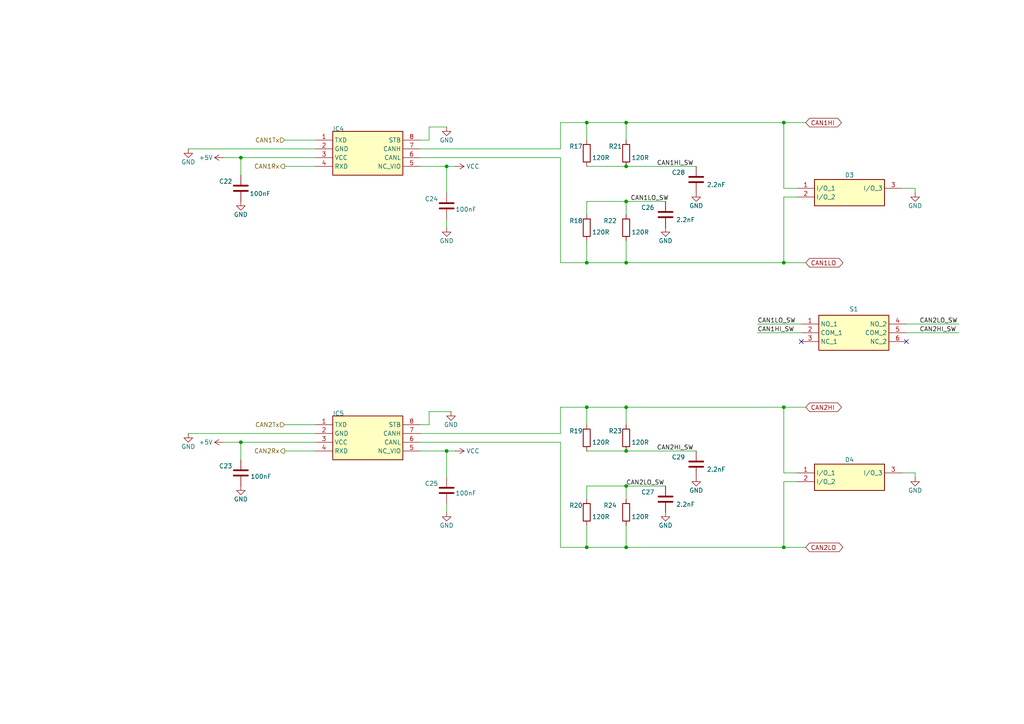
<source format=kicad_sch>
(kicad_sch (version 20250114) (generator "eeschema") (generator_version "9.0")
  (paper "A4")
  (title_block (title "CAN") (date "2025-04-05") (rev "2.0") (company "Metropolia Motorsport") (comment 3 "ikar15012002@gmail.com") (comment 4 "Ivans Karsenieks"))
  (lib_symbols
    (symbol "CAS-D20TB1:CAS-D20TB1"
      (property "Reference" "S" (at 26.67 7.62 0))
      (property "Value" "CAS-D20TB1" (at 26.67 5.08 0))
      (symbol "CAS-D20TB1_1_1"
        (rectangle (start 5.08 2.54) (end 25.4 -7.62) (stroke (width 0.254)) (fill (type background)))
        (pin passive line (at 0 0 0) (length 5.08) (name "NO_1") (number "1"))
        (pin passive line (at 0 -2.54 0) (length 5.08) (name "COM_1") (number "2"))
        (pin passive line (at 0 -5.08 0) (length 5.08) (name "NC_1") (number "3"))
        (pin passive line (at 30.48 0 180) (length 5.08) (name "NO_2") (number "4"))
        (pin passive line (at 30.48 -2.54 180) (length 5.08) (name "COM_2") (number "5"))
        (pin passive line (at 30.48 -5.08 180) (length 5.08) (name "NC_2") (number "6"))
      )
    )
    (symbol "Device:C" (pin_numbers (hide yes)) (pin_names (offset 0.254))
      (property "Reference" "C" (at 0.635 2.54 0))
      (property "Value" "C" (at 0.635 -2.54 0))
      (symbol "C_0_1"
        (polyline (pts (xy -2.032 0.762) (xy 2.032 0.762)) (stroke (width 0.508)))
        (polyline (pts (xy -2.032 -0.762) (xy 2.032 -0.762)) (stroke (width 0.508)))
      )
      (symbol "C_1_1"
        (pin passive line (at 0 3.81 270) (length 2.794) (name "~") (number "1"))
        (pin passive line (at 0 -3.81 90) (length 2.794) (name "~") (number "2"))
      )
    )
    (symbol "Device:R" (pin_numbers (hide yes)) (pin_names (offset 0))
      (property "Reference" "R" (at 2.032 0 90))
      (property "Value" "R" (at 0 0 90))
      (symbol "R_0_1"
        (rectangle (start -1.016 -2.54) (end 1.016 2.54) (stroke (width 0.254)))
      )
      (symbol "R_1_1"
        (pin passive line (at 0 3.81 270) (length 1.27) (name "~") (number "1"))
        (pin passive line (at 0 -3.81 90) (length 1.27) (name "~") (number "2"))
      )
    )
    (symbol "ESDCAN24-2BLY:ESDCAN24-2BLY"
      (property "Reference" "D" (at 26.67 7.62 0))
      (property "Value" "ESDCAN24-2BLY" (at 26.67 5.08 0))
      (symbol "ESDCAN24-2BLY_1_1"
        (rectangle (start 5.08 2.54) (end 25.4 -5.08) (stroke (width 0.254)) (fill (type background)))
        (pin passive line (at 0 0 0) (length 5.08) (name "I/O_1") (number "1"))
        (pin passive line (at 0 -2.54 0) (length 5.08) (name "I/O_2") (number "2"))
        (pin passive line (at 30.48 0 180) (length 5.08) (name "I/O_3") (number "3"))
      )
    )
    (symbol "Untitled-altium-import:root_0_TCAN1462VDRQ1"
      (symbol "root_0_TCAN1462VDRQ1_1_0"
        (rectangle (start 25.4 2.54) (end 5.08 -10.16) (stroke (width 0.254)) (fill (type background)))
        (pin passive line (at 0 0 0) (length 5.08) (name "TXD") (number "1"))
        (pin passive line (at 0 -2.54 0) (length 5.08) (name "GND") (number "2"))
        (pin passive line (at 0 -5.08 0) (length 5.08) (name "VCC") (number "3"))
        (pin passive line (at 0 -7.62 0) (length 5.08) (name "RXD") (number "4"))
        (pin passive line (at 30.48 0 180) (length 5.08) (name "STB") (number "8"))
        (pin passive line (at 30.48 -2.54 180) (length 5.08) (name "CANH") (number "7"))
        (pin passive line (at 30.48 -5.08 180) (length 5.08) (name "CANL") (number "6"))
        (pin passive line (at 30.48 -7.62 180) (length 5.08) (name "NC_VIO") (number "5"))
      )
    )
    (symbol "power:+5V" (power) (pin_numbers (hide yes)) (pin_names (offset 0) (hide yes))
      (property "Value" "+5V" (at 0 3.556 0))
      (symbol "+5V_0_1"
        (polyline (pts (xy -0.762 1.27) (xy 0 2.54)))
        (polyline (pts (xy 0 2.54) (xy 0.762 1.27)))
        (polyline (pts (xy 0 0) (xy 0 2.54)))
      )
      (symbol "+5V_1_1"
        (pin power_in line (at 0 0 90) (length 0) (name "~") (number "1"))
      )
    )
    (symbol "power:GND" (power) (pin_numbers (hide yes)) (pin_names (offset 0) (hide yes))
      (property "Value" "GND" (at 0 -3.81 0))
      (symbol "GND_0_1"
        (polyline (pts (xy 0 0) (xy 0 -1.27) (xy 1.27 -1.27) (xy 0 -2.54) (xy -1.27 -1.27) (xy 0 -1.27)))
      )
      (symbol "GND_1_1"
        (pin power_in line (at 0 0 270) (length 0) (name "~") (number "1"))
      )
    )
    (symbol "power:VCC" (power) (pin_numbers (hide yes)) (pin_names (offset 0) (hide yes))
      (property "Value" "VCC" (at 0 3.556 0))
      (symbol "VCC_0_1"
        (polyline (pts (xy -0.762 1.27) (xy 0 2.54)))
        (polyline (pts (xy 0 2.54) (xy 0.762 1.27)))
        (polyline (pts (xy 0 0) (xy 0 2.54)))
      )
      (symbol "VCC_1_1"
        (pin power_in line (at 0 0 90) (length 0) (name "~") (number "1"))
      )
    )
  )
  (junction (at 181.61 130.81))
  (junction (at 181.61 158.75))
  (junction (at 129.54 130.81))
  (junction (at 227.33 76.2))
  (junction (at 181.61 48.26))
  (junction (at 181.61 58.42))
  (junction (at 170.18 118.11))
  (junction (at 69.85 128.27))
  (junction (at 227.33 158.75))
  (junction (at 170.18 158.75))
  (junction (at 227.33 35.56))
  (junction (at 170.18 35.56))
  (junction (at 227.33 118.11))
  (junction (at 181.61 140.97))
  (junction (at 129.54 48.26))
  (junction (at 170.18 76.2))
  (junction (at 181.61 118.11))
  (junction (at 181.61 76.2))
  (junction (at 69.85 45.72))
  (junction (at 181.61 35.56))
  (no_connect (at 262.89 99.06))
  (no_connect (at 232.41 99.06))
  (wire (pts (xy 181.61 152.4) (xy 181.61 158.75)))
  (wire (pts (xy 170.18 35.56) (xy 170.18 40.64)))
  (wire (pts (xy 162.56 125.73) (xy 121.92 125.73)))
  (wire (pts (xy 227.33 158.75) (xy 233.68 158.75)))
  (wire (pts (xy 181.61 35.56) (xy 227.33 35.56)))
  (wire (pts (xy 181.61 58.42) (xy 193.04 58.42)))
  (wire (pts (xy 124.46 119.38) (xy 130.81 119.38)))
  (wire (pts (xy 265.43 137.16) (xy 265.43 138.43)))
  (wire (pts (xy 181.61 140.97) (xy 181.61 144.78)))
  (wire (pts (xy 227.33 54.61) (xy 227.33 35.56)))
  (wire (pts (xy 129.54 55.88) (xy 129.54 48.26)))
  (wire (pts (xy 227.33 76.2) (xy 233.68 76.2)))
  (wire (pts (xy 170.18 118.11) (xy 181.61 118.11)))
  (wire (pts (xy 181.61 48.26) (xy 201.93 48.26)))
  (wire (pts (xy 82.55 40.64) (xy 91.44 40.64)))
  (wire (pts (xy 227.33 139.7) (xy 227.33 158.75)))
  (wire (pts (xy 129.54 148.59) (xy 129.54 146.05)))
  (wire (pts (xy 181.61 76.2) (xy 227.33 76.2)))
  (wire (pts (xy 170.18 140.97) (xy 181.61 140.97)))
  (wire (pts (xy 170.18 118.11) (xy 162.56 118.11)))
  (wire (pts (xy 227.33 35.56) (xy 233.68 35.56)))
  (wire (pts (xy 170.18 130.81) (xy 181.61 130.81)))
  (wire (pts (xy 69.85 128.27) (xy 64.77 128.27)))
  (wire (pts (xy 170.18 158.75) (xy 181.61 158.75)))
  (wire (pts (xy 219.71 93.98) (xy 232.41 93.98)))
  (wire (pts (xy 170.18 76.2) (xy 181.61 76.2)))
  (wire (pts (xy 129.54 48.26) (xy 121.92 48.26)))
  (wire (pts (xy 69.85 128.27) (xy 91.44 128.27)))
  (wire (pts (xy 231.14 137.16) (xy 227.33 137.16)))
  (wire (pts (xy 231.14 54.61) (xy 227.33 54.61)))
  (wire (pts (xy 121.92 45.72) (xy 162.56 45.72)))
  (wire (pts (xy 227.33 118.11) (xy 233.68 118.11)))
  (wire (pts (xy 82.55 48.26) (xy 91.44 48.26)))
  (wire (pts (xy 170.18 140.97) (xy 170.18 144.78)))
  (wire (pts (xy 265.43 54.61) (xy 261.62 54.61)))
  (wire (pts (xy 124.46 36.83) (xy 129.54 36.83)))
  (wire (pts (xy 129.54 66.04) (xy 129.54 63.5)))
  (wire (pts (xy 91.44 43.18) (xy 54.61 43.18)))
  (wire (pts (xy 121.92 123.19) (xy 124.46 123.19)))
  (wire (pts (xy 170.18 152.4) (xy 170.18 158.75)))
  (wire (pts (xy 132.08 130.81) (xy 129.54 130.81)))
  (wire (pts (xy 170.18 58.42) (xy 170.18 62.23)))
  (wire (pts (xy 69.85 133.35) (xy 69.85 128.27)))
  (wire (pts (xy 181.61 35.56) (xy 181.61 40.64)))
  (wire (pts (xy 162.56 76.2) (xy 170.18 76.2)))
  (wire (pts (xy 170.18 69.85) (xy 170.18 76.2)))
  (wire (pts (xy 162.56 158.75) (xy 170.18 158.75)))
  (wire (pts (xy 129.54 130.81) (xy 121.92 130.81)))
  (wire (pts (xy 162.56 118.11) (xy 162.56 125.73)))
  (wire (pts (xy 69.85 45.72) (xy 91.44 45.72)))
  (wire (pts (xy 121.92 128.27) (xy 162.56 128.27)))
  (wire (pts (xy 121.92 40.64) (xy 124.46 40.64)))
  (wire (pts (xy 181.61 158.75) (xy 227.33 158.75)))
  (wire (pts (xy 181.61 118.11) (xy 181.61 123.19)))
  (wire (pts (xy 181.61 58.42) (xy 181.61 62.23)))
  (wire (pts (xy 162.56 35.56) (xy 162.56 43.18)))
  (wire (pts (xy 265.43 137.16) (xy 261.62 137.16)))
  (wire (pts (xy 262.89 96.52) (xy 278.13 96.52)))
  (wire (pts (xy 231.14 57.15) (xy 227.33 57.15)))
  (wire (pts (xy 162.56 43.18) (xy 121.92 43.18)))
  (wire (pts (xy 124.46 123.19) (xy 124.46 119.38)))
  (wire (pts (xy 132.08 48.26) (xy 129.54 48.26)))
  (wire (pts (xy 265.43 54.61) (xy 265.43 55.88)))
  (wire (pts (xy 181.61 130.81) (xy 201.93 130.81)))
  (wire (pts (xy 170.18 35.56) (xy 162.56 35.56)))
  (wire (pts (xy 129.54 138.43) (xy 129.54 130.81)))
  (wire (pts (xy 69.85 45.72) (xy 64.77 45.72)))
  (wire (pts (xy 170.18 48.26) (xy 181.61 48.26)))
  (wire (pts (xy 162.56 128.27) (xy 162.56 158.75)))
  (wire (pts (xy 231.14 139.7) (xy 227.33 139.7)))
  (wire (pts (xy 170.18 58.42) (xy 181.61 58.42)))
  (wire (pts (xy 162.56 45.72) (xy 162.56 76.2)))
  (wire (pts (xy 170.18 118.11) (xy 170.18 123.19)))
  (wire (pts (xy 262.89 93.98) (xy 278.13 93.98)))
  (wire (pts (xy 181.61 140.97) (xy 193.04 140.97)))
  (wire (pts (xy 181.61 118.11) (xy 227.33 118.11)))
  (wire (pts (xy 219.71 96.52) (xy 232.41 96.52)))
  (wire (pts (xy 227.33 137.16) (xy 227.33 118.11)))
  (wire (pts (xy 69.85 50.8) (xy 69.85 45.72)))
  (wire (pts (xy 91.44 125.73) (xy 54.61 125.73)))
  (wire (pts (xy 181.61 69.85) (xy 181.61 76.2)))
  (wire (pts (xy 227.33 57.15) (xy 227.33 76.2)))
  (wire (pts (xy 124.46 40.64) (xy 124.46 36.83)))
  (wire (pts (xy 82.55 123.19) (xy 91.44 123.19)))
  (wire (pts (xy 170.18 35.56) (xy 181.61 35.56)))
  (wire (pts (xy 82.55 130.81) (xy 91.44 130.81)))
  (label "CAN2HI_SW" (at 190.5 130.81 0))
  (label "CAN1LO_SW" (at 219.71 93.98 0))
  (label "CAN1HI_SW" (at 190.5 48.26 0))
  (label "CAN2LO_SW" (at 266.7 93.98 0))
  (label "CAN2LO_SW" (at 181.61 140.97 0))
  (label "CAN1HI_SW" (at 219.71 96.52 0))
  (label "CAN2HI_SW" (at 266.7 96.52 0))
  (label "CAN1LO_SW" (at 182.88 58.42 0))
  (global_label "CAN1HI" (shape bidirectional) (at 233.68 35.56 0) (property "Intersheetrefs" "${INTERSHEET_REFS}" (effects (hide yes))))
  (global_label "CAN1LO" (shape bidirectional) (at 233.68 76.2 0) (property "Intersheetrefs" "${INTERSHEET_REFS}" (effects (hide yes))))
  (global_label "CAN2HI" (shape bidirectional) (at 233.68 118.11 0) (property "Intersheetrefs" "${INTERSHEET_REFS}" (effects (hide yes))))
  (global_label "CAN2LO" (shape bidirectional) (at 233.68 158.75 0) (property "Intersheetrefs" "${INTERSHEET_REFS}" (effects (hide yes))))
  (hierarchical_label "CAN2Tx" (shape input) (at 82.55 123.19 180))
  (hierarchical_label "CAN2Rx" (shape output) (at 82.55 130.81 180))
  (hierarchical_label "CAN1Tx" (shape input) (at 82.55 40.64 180))
  (hierarchical_label "CAN1Rx" (shape output) (at 82.55 48.26 180))
  (symbol (lib_id "power:GND") (at 265.43 138.43 0) (unit 1)
    (property "Reference" "#PWR085" (effects (hide yes)))
    (property "Value" "GND" (at 265.43 142.24 0))
    (property "Description" "Power symbol creates a global label with name \"GND\" , ground" (effects (hide yes)))
  )
  (symbol (lib_id "Device:C") (at 193.04 144.78 0) (unit 1)
    (property "Reference" "C27" (at 185.928 142.748 0) (effects (justify left)))
    (property "Value" "2.2nF" (at 196.088 146.304 0) (effects (justify left)))
    (property "Footprint" "Capacitor_SMD:C_0805_2012Metric_Pad1.18x1.45mm_HandSolder" (effects (hide yes)))
    (property "Datasheet" "https://www.mouser.fi/datasheet/2/585/MLCC-1837944.pdf" (effects (hide yes)))
    (property "Description" "CL21B222KDCNFNC" (effects (hide yes)))
  )
  (symbol (lib_id "Untitled-altium-import:root_0_TCAN1462VDRQ1") (at 91.44 40.64 0) (unit 1)
    (property "Reference" "IC4" (at 96.52 38.1 0) (effects (justify left bottom)))
    (property "Value" "TCAN1462VDRQ1" (effects (hide yes)))
    (property "Footprint" "Package_SO:SOIC127P600X175-8N" (effects (hide yes)))
    (property "DATASHEET LINK" "https://www.ti.com/general/docs/suppproductinfo.tsp?distId=26&gotoUrl=https://www.ti.com/lit/gpn/tcan1462-q1" (effects (hide yes)))
    (property "HEIGHT" "1.75mm" (effects (hide yes)))
    (property "MANUFACTURER_NAME" "Texas Instruments" (effects (hide yes)))
    (property "MANUFACTURER_PART_NUMBER" "TCAN1462VDRQ1" (effects (hide yes)))
    (property "MOUSER PART NUMBER" "595-TCAN1462VDRQ1" (effects (hide yes)))
    (property "MOUSER PRICE/STOCK" "https://www.mouser.co.uk/ProductDetail/Texas-Instruments/TCAN1462VDRQ1?qs=rQFj71Wb1eU28cwJFt9kYg%3D%3D" (effects (hide yes)))
  )
  (symbol (lib_id "CAS-D20TB1:CAS-D20TB1") (at 232.41 93.98 0) (unit 1)
    (property "Reference" "S1" (at 247.65 89.662 0))
    (property "Value" "CAS-D20TB1" (effects (hide yes)))
    (property "Footprint" "Button_Switch_SMD:CASD20TB1" (effects (hide yes)))
    (property "Datasheet" "https://www.digikey.ph/en/products/detail/nidec-components-corporation/CAS-D20TB1/2095029?msockid=39f1ec84d77b6f4428b7f904d6676eed" (effects (hide yes)))
    (property "Description" "SWITCH SLIDE SPDTX2 100MA 6V" (effects (hide yes)))
    (property "Height" "2.5" (effects (hide yes)))
    (property "Mouser Part Number" "229-CAS-D20TB1" (effects (hide yes)))
    (property "Mouser Price/Stock" "https://www.mouser.co.uk/ProductDetail/Nidec-Components/CAS-D20TB1?qs=XeJtXLiO41TWWOZ3efjtgA%3D%3D" (effects (hide yes)))
    (property "Manufacturer_Name" "Nidec Copal" (effects (hide yes)))
    (property "Manufacturer_Part_Number" "CAS-D20TB1" (effects (hide yes)))
  )
  (symbol (lib_id "Untitled-altium-import:root_0_TCAN1462VDRQ1") (at 91.44 123.19 0) (unit 1)
    (property "Reference" "IC5" (at 96.52 120.65 0) (effects (justify left bottom)))
    (property "Value" "TCAN1462VDRQ1" (effects (hide yes)))
    (property "Footprint" "Package_SO:SOIC127P600X175-8N" (effects (hide yes)))
    (property "DATASHEET LINK" "https://www.ti.com/general/docs/suppproductinfo.tsp?distId=26&gotoUrl=https://www.ti.com/lit/gpn/tcan1462-q1" (effects (hide yes)))
    (property "HEIGHT" "1.75mm" (effects (hide yes)))
    (property "MANUFACTURER_NAME" "Texas Instruments" (effects (hide yes)))
    (property "MANUFACTURER_PART_NUMBER" "TCAN1462VDRQ1" (effects (hide yes)))
    (property "MOUSER PART NUMBER" "595-TCAN1462VDRQ1" (effects (hide yes)))
    (property "MOUSER PRICE/STOCK" "https://www.mouser.co.uk/ProductDetail/Texas-Instruments/TCAN1462VDRQ1?qs=rQFj71Wb1eU28cwJFt9kYg%3D%3D" (effects (hide yes)))
  )
  (symbol (lib_id "Device:C") (at 69.85 54.61 0) (unit 1)
    (property "Reference" "C22" (at 63.5 53.34 0) (effects (justify left bottom)))
    (property "Value" "100nF" (at 72.39 56.896 0) (effects (justify left bottom)))
    (property "Footprint" "Capacitor_SMD:C_0805_2012Metric_Pad1.18x1.45mm_HandSolder" (effects (hide yes)))
    (property "Description" "08055C104KAT4A" (effects (hide yes)))
    (property "HEIGHT" "0.94mm" (effects (hide yes)))
    (property "ALTIUM_VALUE" "100nF" (effects (hide yes)))
    (property "CAPACITOR TYPE" "Ceramic" (effects (hide yes)))
    (property "CASE/PACKAGE" "0805" (effects (hide yes)))
    (property "DIELECTRIC MATERIAL" "Ceramic" (effects (hide yes)))
    (property "JESD-609 CODE" "e3" (effects (hide yes)))
    (property "LENGTH" "2.01mm" (effects (hide yes)))
    (property "MAX OPERATING TEMPERATURE" "125°C" (effects (hide yes)))
    (property "MIN OPERATING TEMPERATURE" "-55°C" (effects (hide yes)))
    (property "MOUNTING TECHNOLOGY" "Surface Mount" (effects (hide yes)))
    (property "MULTILAYER" "Yes" (effects (hide yes)))
    (property "PACKAGE SHAPE" "Rectangular" (effects (hide yes)))
    (property "PACKAGE STYLE" "SMTMeter" (effects (hide yes)))
    (property "PACKAGING" "Tape and Reel" (effects (hide yes)))
    (property "PINS" "2" (effects (hide yes)))
    (property "RATED DC VOLTAGE (URDC)" "50V" (effects (hide yes)))
    (property "REACH SVHC COMPLIANT" "Yes" (effects (hide yes)))
    (property "ROHS COMPLIANT" "Yes" (effects (hide yes)))
    (property "TEMPERATURE CHARACTERISTICS CODE" "X7R" (effects (hide yes)))
    (property "TERMINAL FINISH" "Nickel" (effects (hide yes)))
    (property "TERMINATION" "Wraparound" (effects (hide yes)))
    (property "TOLERANCE  (FILL IN AS +-)" "10%" (effects (hide yes)))
    (property "TOLERANCE (FILL IN AS +-)" "10%" (effects (hide yes)))
    (property "WIDTH" "1.25mm" (effects (hide yes)))
  )
  (symbol (lib_id "Device:R") (at 170.18 44.45 0) (unit 1)
    (property "Reference" "R17" (at 165.1 43.18 0) (effects (justify left bottom)))
    (property "Value" "120R" (at 171.704 46.482 0) (effects (justify left bottom)))
    (property "Footprint" "Resistor_SMD:R_0805_2012Metric_Pad1.20x1.40mm_HandSolder" (effects (hide yes)))
    (property "Description" "RC0805FR-13120RL" (effects (hide yes)))
  )
  (symbol (lib_id "power:GND") (at 201.93 55.88 0) (unit 1)
    (property "Reference" "#PWR082" (effects (hide yes)))
    (property "Value" "GND" (at 201.93 59.69 0))
    (property "Description" "Power symbol creates a global label with name \"GND\" , ground" (effects (hide yes)))
  )
  (symbol (lib_id "power:GND") (at 193.04 66.04 0) (unit 1)
    (property "Reference" "#PWR080" (effects (hide yes)))
    (property "Value" "GND" (at 193.04 69.85 0))
    (property "Description" "Power symbol creates a global label with name \"GND\" , ground" (effects (hide yes)))
  )
  (symbol (lib_id "Device:R") (at 181.61 127 0) (unit 1)
    (property "Reference" "R23" (at 176.53 125.73 0) (effects (justify left bottom)))
    (property "Value" "120R" (at 183.134 129.032 0) (effects (justify left bottom)))
    (property "Footprint" "Resistor_SMD:R_0805_2012Metric_Pad1.20x1.40mm_HandSolder" (effects (hide yes)))
    (property "Description" "RC0805FR-13120RL" (effects (hide yes)))
  )
  (symbol (lib_id "power:GND") (at 265.43 55.88 0) (unit 1)
    (property "Reference" "#PWR084" (effects (hide yes)))
    (property "Value" "GND" (at 265.43 59.69 0))
    (property "Description" "Power symbol creates a global label with name \"GND\" , ground" (effects (hide yes)))
  )
  (symbol (lib_id "power:GND") (at 130.81 119.38 0) (unit 1)
    (property "Reference" "#PWR077" (effects (hide yes)))
    (property "Value" "GND" (at 130.81 123.19 0))
    (property "Description" "Power symbol creates a global label with name \"GND\" , ground" (effects (hide yes)))
  )
  (symbol (lib_id "power:GND") (at 129.54 36.83 0) (unit 1)
    (property "Reference" "#PWR074" (effects (hide yes)))
    (property "Value" "GND" (at 129.54 40.64 0))
    (property "Description" "Power symbol creates a global label with name \"GND\" , ground" (effects (hide yes)))
  )
  (symbol (lib_id "power:GND") (at 69.85 140.97 0) (unit 1)
    (property "Reference" "#PWR073" (effects (hide yes)))
    (property "Value" "GND" (at 69.85 144.78 0))
    (property "Description" "Power symbol creates a global label with name \"GND\" , ground" (effects (hide yes)))
  )
  (symbol (lib_id "power:GND") (at 69.85 58.42 0) (unit 1)
    (property "Reference" "#PWR072" (effects (hide yes)))
    (property "Value" "GND" (at 69.85 62.23 0))
    (property "Description" "Power symbol creates a global label with name \"GND\" , ground" (effects (hide yes)))
  )
  (symbol (lib_id "Device:R") (at 181.61 66.04 0) (unit 1)
    (property "Reference" "R22" (at 175.006 64.77 0) (effects (justify left bottom)))
    (property "Value" "120R" (at 183.134 68.072 0) (effects (justify left bottom)))
    (property "Footprint" "Resistor_SMD:R_0805_2012Metric_Pad1.20x1.40mm_HandSolder" (effects (hide yes)))
    (property "Description" "RC0805FR-13120RL" (effects (hide yes)))
  )
  (symbol (lib_id "Device:R") (at 181.61 44.45 0) (unit 1)
    (property "Reference" "R21" (at 176.53 43.18 0) (effects (justify left bottom)))
    (property "Value" "120R" (at 183.134 46.482 0) (effects (justify left bottom)))
    (property "Footprint" "Resistor_SMD:R_0805_2012Metric_Pad1.20x1.40mm_HandSolder" (effects (hide yes)))
    (property "Description" "RC0805FR-13120RL" (effects (hide yes)))
  )
  (symbol (lib_id "power:GND") (at 54.61 125.73 0) (unit 1)
    (property "Reference" "#PWR069" (effects (hide yes)))
    (property "Value" "GND" (at 54.61 129.54 0))
    (property "Description" "Power symbol creates a global label with name \"GND\" , ground" (effects (hide yes)))
  )
  (symbol (lib_id "power:GND") (at 54.61 43.18 0) (unit 1)
    (property "Reference" "#PWR068" (effects (hide yes)))
    (property "Value" "GND" (at 54.61 46.99 0))
    (property "Description" "Power symbol creates a global label with name \"GND\" , ground" (effects (hide yes)))
  )
  (symbol (lib_id "Device:C") (at 69.85 137.16 0) (unit 1)
    (property "Reference" "C23" (at 63.5 135.89 0) (effects (justify left bottom)))
    (property "Value" "100nF" (at 72.644 138.938 0) (effects (justify left bottom)))
    (property "Footprint" "Capacitor_SMD:C_0805_2012Metric_Pad1.18x1.45mm_HandSolder" (effects (hide yes)))
    (property "Description" "08055C104KAT4A" (effects (hide yes)))
    (property "HEIGHT" "0.94mm" (effects (hide yes)))
    (property "ALTIUM_VALUE" "100nF" (effects (hide yes)))
    (property "CAPACITOR TYPE" "Ceramic" (effects (hide yes)))
    (property "CASE/PACKAGE" "0805" (effects (hide yes)))
    (property "DIELECTRIC MATERIAL" "Ceramic" (effects (hide yes)))
    (property "JESD-609 CODE" "e3" (effects (hide yes)))
    (property "LENGTH" "2.01mm" (effects (hide yes)))
    (property "MAX OPERATING TEMPERATURE" "125°C" (effects (hide yes)))
    (property "MIN OPERATING TEMPERATURE" "-55°C" (effects (hide yes)))
    (property "MOUNTING TECHNOLOGY" "Surface Mount" (effects (hide yes)))
    (property "MULTILAYER" "Yes" (effects (hide yes)))
    (property "PACKAGE SHAPE" "Rectangular" (effects (hide yes)))
    (property "PACKAGE STYLE" "SMTMeter" (effects (hide yes)))
    (property "PACKAGING" "Tape and Reel" (effects (hide yes)))
    (property "PINS" "2" (effects (hide yes)))
    (property "RATED DC VOLTAGE (URDC)" "50V" (effects (hide yes)))
    (property "REACH SVHC COMPLIANT" "Yes" (effects (hide yes)))
    (property "ROHS COMPLIANT" "Yes" (effects (hide yes)))
    (property "TEMPERATURE CHARACTERISTICS CODE" "X7R" (effects (hide yes)))
    (property "TERMINAL FINISH" "Nickel" (effects (hide yes)))
    (property "TERMINATION" "Wraparound" (effects (hide yes)))
    (property "TOLERANCE  (FILL IN AS +-)" "10%" (effects (hide yes)))
    (property "TOLERANCE (FILL IN AS +-)" "10%" (effects (hide yes)))
    (property "WIDTH" "1.25mm" (effects (hide yes)))
  )
  (symbol (lib_id "Device:C") (at 201.93 134.62 0) (unit 1)
    (property "Reference" "C29" (at 194.818 132.588 0) (effects (justify left)))
    (property "Value" "2.2nF" (at 204.978 136.144 0) (effects (justify left)))
    (property "Footprint" "Capacitor_SMD:C_0805_2012Metric_Pad1.18x1.45mm_HandSolder" (effects (hide yes)))
    (property "Datasheet" "https://www.mouser.fi/datasheet/2/585/MLCC-1837944.pdf" (effects (hide yes)))
    (property "Description" "CL21B222KDCNFNC" (effects (hide yes)))
  )
  (symbol (lib_id "power:VCC") (at 132.08 48.26 270) (unit 1)
    (property "Reference" "#PWR078" (effects (hide yes)))
    (property "Value" "VCC" (at 137.16 48.26 90))
    (property "Description" "Power symbol creates a global label with name \"VCC\"" (effects (hide yes)))
  )
  (symbol (lib_id "power:VCC") (at 132.08 130.81 270) (unit 1)
    (property "Reference" "#PWR079" (effects (hide yes)))
    (property "Value" "VCC" (at 137.16 130.81 90))
    (property "Description" "Power symbol creates a global label with name \"VCC\"" (effects (hide yes)))
  )
  (symbol (lib_id "ESDCAN24-2BLY:ESDCAN24-2BLY") (at 231.14 137.16 0) (unit 1)
    (property "Reference" "D4" (at 246.38 133.35 0))
    (property "Value" "ESDCAN24-2BLY" (effects (hide yes)))
    (property "Footprint" "Diode_SMD:SOT95P255X125-3N" (effects (hide yes)))
    (property "Datasheet" "https://www.st.com/resource/en/datasheet/esdcan24-2bly.pdf" (effects (hide yes)))
    (property "Description" "TVS Diode Array Bi-Directional ESDCAN24-2BLY Dual 40V, 230W, SOT23-3L 3-Pin" (effects (hide yes)))
    (property "Height" "1.25" (effects (hide yes)))
    (property "Mouser Part Number" "511-ESDCAN24-2BLY" (effects (hide yes)))
    (property "Mouser Price/Stock" "https://www.mouser.co.uk/ProductDetail/STMicroelectronics/ESDCAN24-2BLY?qs=gNDSiZmRJS9IbRDJThIoAw%3D%3D" (effects (hide yes)))
    (property "Manufacturer_Name" "STMicroelectronics" (effects (hide yes)))
    (property "Manufacturer_Part_Number" "ESDCAN24-2BLY" (effects (hide yes)))
  )
  (symbol (lib_id "Device:R") (at 181.61 148.59 0) (unit 1)
    (property "Reference" "R24" (at 175.006 147.32 0) (effects (justify left bottom)))
    (property "Value" "120R" (at 183.134 150.622 0) (effects (justify left bottom)))
    (property "Footprint" "Resistor_SMD:R_0805_2012Metric_Pad1.20x1.40mm_HandSolder" (effects (hide yes)))
    (property "Description" "RC0805FR-13120RL" (effects (hide yes)))
  )
  (symbol (lib_id "ESDCAN24-2BLY:ESDCAN24-2BLY") (at 231.14 54.61 0) (unit 1)
    (property "Reference" "D3" (at 246.38 50.8 0))
    (property "Value" "ESDCAN24-2BLY" (effects (hide yes)))
    (property "Footprint" "Diode_SMD:SOT95P255X125-3N" (effects (hide yes)))
    (property "Datasheet" "https://www.st.com/resource/en/datasheet/esdcan24-2bly.pdf" (effects (hide yes)))
    (property "Description" "TVS Diode Array Bi-Directional ESDCAN24-2BLY Dual 40V, 230W, SOT23-3L 3-Pin" (effects (hide yes)))
    (property "Height" "1.25" (effects (hide yes)))
    (property "Mouser Part Number" "511-ESDCAN24-2BLY" (effects (hide yes)))
    (property "Mouser Price/Stock" "https://www.mouser.co.uk/ProductDetail/STMicroelectronics/ESDCAN24-2BLY?qs=gNDSiZmRJS9IbRDJThIoAw%3D%3D" (effects (hide yes)))
    (property "Manufacturer_Name" "STMicroelectronics" (effects (hide yes)))
    (property "Manufacturer_Part_Number" "ESDCAN24-2BLY" (effects (hide yes)))
  )
  (symbol (lib_id "power:GND") (at 193.04 148.59 0) (unit 1)
    (property "Reference" "#PWR081" (effects (hide yes)))
    (property "Value" "GND" (at 193.04 152.4 0))
    (property "Description" "Power symbol creates a global label with name \"GND\" , ground" (effects (hide yes)))
  )
  (symbol (lib_id "power:GND") (at 201.93 138.43 0) (unit 1)
    (property "Reference" "#PWR083" (effects (hide yes)))
    (property "Value" "GND" (at 201.93 142.24 0))
    (property "Description" "Power symbol creates a global label with name \"GND\" , ground" (effects (hide yes)))
  )
  (symbol (lib_id "power:GND") (at 129.54 66.04 0) (unit 1)
    (property "Reference" "#PWR075" (effects (hide yes)))
    (property "Value" "GND" (at 129.54 69.85 0))
    (property "Description" "Power symbol creates a global label with name \"GND\" , ground" (effects (hide yes)))
  )
  (symbol (lib_id "power:GND") (at 129.54 148.59 0) (unit 1)
    (property "Reference" "#PWR076" (effects (hide yes)))
    (property "Value" "GND" (at 129.54 152.4 0))
    (property "Description" "Power symbol creates a global label with name \"GND\" , ground" (effects (hide yes)))
  )
  (symbol (lib_id "Device:R") (at 170.18 66.04 0) (unit 1)
    (property "Reference" "R18" (at 165.1 64.77 0) (effects (justify left bottom)))
    (property "Value" "120R" (at 171.704 68.072 0) (effects (justify left bottom)))
    (property "Footprint" "Resistor_SMD:R_0805_2012Metric_Pad1.20x1.40mm_HandSolder" (effects (hide yes)))
    (property "Description" "RC0805FR-13120RL" (effects (hide yes)))
  )
  (symbol (lib_id "Device:C") (at 129.54 142.24 0) (unit 1)
    (property "Reference" "C25" (at 123.19 140.97 0) (effects (justify left bottom)))
    (property "Value" "100nF" (at 132.08 143.764 0) (effects (justify left bottom)))
    (property "Footprint" "Capacitor_SMD:C_0805_2012Metric_Pad1.18x1.45mm_HandSolder" (effects (hide yes)))
    (property "Description" "08055C104KAT4A" (effects (hide yes)))
    (property "HEIGHT" "0.94mm" (effects (hide yes)))
    (property "ALTIUM_VALUE" "100nF" (effects (hide yes)))
    (property "CAPACITOR TYPE" "Ceramic" (effects (hide yes)))
    (property "CASE/PACKAGE" "0805" (effects (hide yes)))
    (property "DIELECTRIC MATERIAL" "Ceramic" (effects (hide yes)))
    (property "JESD-609 CODE" "e3" (effects (hide yes)))
    (property "LENGTH" "2.01mm" (effects (hide yes)))
    (property "MAX OPERATING TEMPERATURE" "125°C" (effects (hide yes)))
    (property "MIN OPERATING TEMPERATURE" "-55°C" (effects (hide yes)))
    (property "MOUNTING TECHNOLOGY" "Surface Mount" (effects (hide yes)))
    (property "MULTILAYER" "Yes" (effects (hide yes)))
    (property "PACKAGE SHAPE" "Rectangular" (effects (hide yes)))
    (property "PACKAGE STYLE" "SMTMeter" (effects (hide yes)))
    (property "PACKAGING" "Tape and Reel" (effects (hide yes)))
    (property "PINS" "2" (effects (hide yes)))
    (property "RATED DC VOLTAGE (URDC)" "50V" (effects (hide yes)))
    (property "REACH SVHC COMPLIANT" "Yes" (effects (hide yes)))
    (property "ROHS COMPLIANT" "Yes" (effects (hide yes)))
    (property "TEMPERATURE CHARACTERISTICS CODE" "X7R" (effects (hide yes)))
    (property "TERMINAL FINISH" "Nickel" (effects (hide yes)))
    (property "TERMINATION" "Wraparound" (effects (hide yes)))
    (property "TOLERANCE  (FILL IN AS +-)" "10%" (effects (hide yes)))
    (property "TOLERANCE (FILL IN AS +-)" "10%" (effects (hide yes)))
    (property "WIDTH" "1.25mm" (effects (hide yes)))
  )
  (symbol (lib_id "Device:R") (at 170.18 127 0) (unit 1)
    (property "Reference" "R19" (at 165.1 125.73 0) (effects (justify left bottom)))
    (property "Value" "120R" (at 171.704 129.032 0) (effects (justify left bottom)))
    (property "Footprint" "Resistor_SMD:R_0805_2012Metric_Pad1.20x1.40mm_HandSolder" (effects (hide yes)))
    (property "Description" "RC0805FR-13120RL" (effects (hide yes)))
  )
  (symbol (lib_id "Device:C") (at 129.54 59.69 0) (unit 1)
    (property "Reference" "C24" (at 123.19 58.42 0) (effects (justify left bottom)))
    (property "Value" "100nF" (at 132.08 61.468 0) (effects (justify left bottom)))
    (property "Footprint" "Capacitor_SMD:C_0805_2012Metric_Pad1.18x1.45mm_HandSolder" (effects (hide yes)))
    (property "Description" "08055C104KAT4A" (effects (hide yes)))
    (property "HEIGHT" "0.94mm" (effects (hide yes)))
    (property "ALTIUM_VALUE" "100nF" (effects (hide yes)))
    (property "CAPACITOR TYPE" "Ceramic" (effects (hide yes)))
    (property "CASE/PACKAGE" "0805" (effects (hide yes)))
    (property "DIELECTRIC MATERIAL" "Ceramic" (effects (hide yes)))
    (property "JESD-609 CODE" "e3" (effects (hide yes)))
    (property "LENGTH" "2.01mm" (effects (hide yes)))
    (property "MAX OPERATING TEMPERATURE" "125°C" (effects (hide yes)))
    (property "MIN OPERATING TEMPERATURE" "-55°C" (effects (hide yes)))
    (property "MOUNTING TECHNOLOGY" "Surface Mount" (effects (hide yes)))
    (property "MULTILAYER" "Yes" (effects (hide yes)))
    (property "PACKAGE SHAPE" "Rectangular" (effects (hide yes)))
    (property "PACKAGE STYLE" "SMTMeter" (effects (hide yes)))
    (property "PACKAGING" "Tape and Reel" (effects (hide yes)))
    (property "PINS" "2" (effects (hide yes)))
    (property "RATED DC VOLTAGE (URDC)" "50V" (effects (hide yes)))
    (property "REACH SVHC COMPLIANT" "Yes" (effects (hide yes)))
    (property "ROHS COMPLIANT" "Yes" (effects (hide yes)))
    (property "TEMPERATURE CHARACTERISTICS CODE" "X7R" (effects (hide yes)))
    (property "TERMINAL FINISH" "Nickel" (effects (hide yes)))
    (property "TERMINATION" "Wraparound" (effects (hide yes)))
    (property "TOLERANCE  (FILL IN AS +-)" "10%" (effects (hide yes)))
    (property "TOLERANCE (FILL IN AS +-)" "10%" (effects (hide yes)))
    (property "WIDTH" "1.25mm" (effects (hide yes)))
  )
  (symbol (lib_id "Device:C") (at 201.93 52.07 0) (unit 1)
    (property "Reference" "C28" (at 194.818 50.038 0) (effects (justify left)))
    (property "Value" "2.2nF" (at 204.978 53.594 0) (effects (justify left)))
    (property "Footprint" "Capacitor_SMD:C_0805_2012Metric_Pad1.18x1.45mm_HandSolder" (effects (hide yes)))
    (property "Datasheet" "https://www.mouser.fi/datasheet/2/585/MLCC-1837944.pdf" (effects (hide yes)))
    (property "Description" "CL21B222KDCNFNC" (effects (hide yes)))
  )
  (symbol (lib_id "Device:C") (at 193.04 62.23 0) (unit 1)
    (property "Reference" "C26" (at 185.928 60.198 0) (effects (justify left)))
    (property "Value" "2.2nF" (at 196.088 63.754 0) (effects (justify left)))
    (property "Footprint" "Capacitor_SMD:C_0805_2012Metric_Pad1.18x1.45mm_HandSolder" (effects (hide yes)))
    (property "Datasheet" "https://www.mouser.fi/datasheet/2/585/MLCC-1837944.pdf" (effects (hide yes)))
    (property "Description" "CL21B222KDCNFNC" (effects (hide yes)))
  )
  (symbol (lib_id "Device:R") (at 170.18 148.59 0) (unit 1)
    (property "Reference" "R20" (at 165.1 147.32 0) (effects (justify left bottom)))
    (property "Value" "120R" (at 171.704 150.622 0) (effects (justify left bottom)))
    (property "Footprint" "Resistor_SMD:R_0805_2012Metric_Pad1.20x1.40mm_HandSolder" (effects (hide yes)))
    (property "Description" "RC0805FR-13120RL" (effects (hide yes)))
  )
  (symbol (lib_id "power:+5V") (at 64.77 128.27 90) (unit 1)
    (property "Reference" "#PWR071" (effects (hide yes)))
    (property "Value" "+5V" (at 59.69 128.27 90))
    (property "Description" "Power symbol creates a global label with name \"+5V\"" (effects (hide yes)))
  )
  (symbol (lib_id "power:+5V") (at 64.77 45.72 90) (unit 1)
    (property "Reference" "#PWR070" (effects (hide yes)))
    (property "Value" "+5V" (at 59.69 45.72 90))
    (property "Description" "Power symbol creates a global label with name \"+5V\"" (effects (hide yes)))
  )
)
</source>
